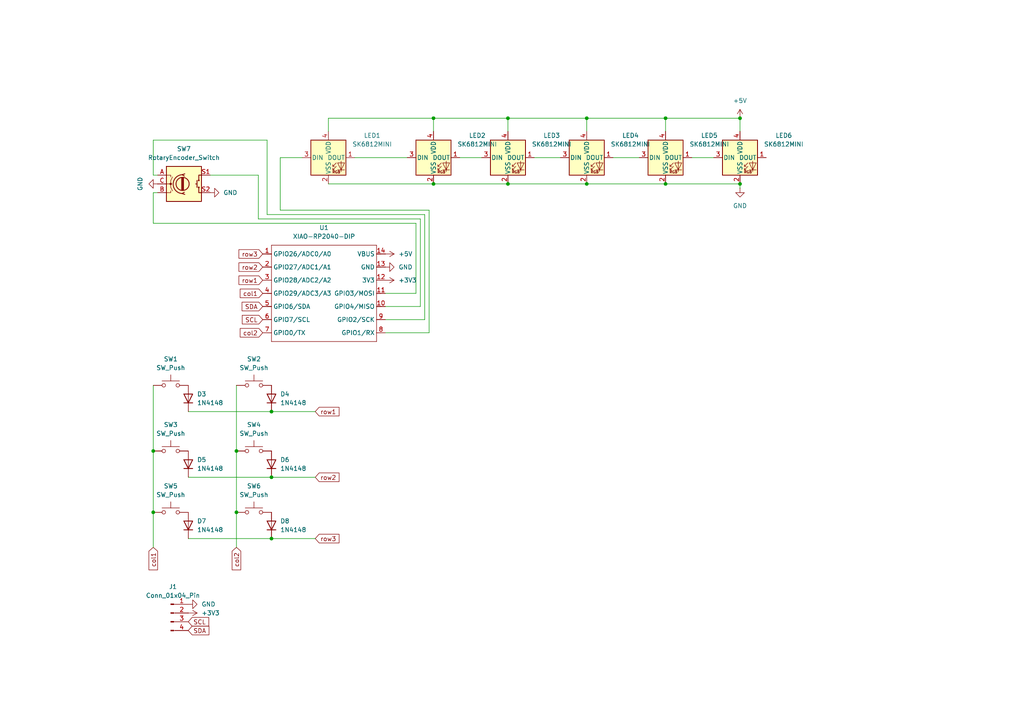
<source format=kicad_sch>
(kicad_sch (version 20250114) (generator "eeschema") (generator_version "9.0")
  (paper "A4")
  (lib_symbols
    (symbol "Connector:Conn_01x04_Pin" (pin_names (offset 1.016) (hide yes))
      (property "Reference" "J" (at 0 5.08 0))
      (property "Value" "Conn_01x04_Pin" (at 0 -7.62 0))
      (symbol "Conn_01x04_Pin_1_1"
        (rectangle (start 0.8636 2.667) (end 0 2.413) (stroke (width 0.1524)) (fill (type outline)))
        (rectangle (start 0.8636 0.127) (end 0 -0.127) (stroke (width 0.1524)) (fill (type outline)))
        (rectangle (start 0.8636 -2.413) (end 0 -2.667) (stroke (width 0.1524)) (fill (type outline)))
        (rectangle (start 0.8636 -4.953) (end 0 -5.207) (stroke (width 0.1524)) (fill (type outline)))
        (polyline (pts (xy 1.27 2.54) (xy 0.8636 2.54)) (stroke (width 0.1524)))
        (polyline (pts (xy 1.27 0) (xy 0.8636 0)) (stroke (width 0.1524)))
        (polyline (pts (xy 1.27 -2.54) (xy 0.8636 -2.54)) (stroke (width 0.1524)))
        (polyline (pts (xy 1.27 -5.08) (xy 0.8636 -5.08)) (stroke (width 0.1524)))
        (pin passive line (at 5.08 2.54 180) (length 3.81) (name "Pin_1") (number "1"))
        (pin passive line (at 5.08 0 180) (length 3.81) (name "Pin_2") (number "2"))
        (pin passive line (at 5.08 -2.54 180) (length 3.81) (name "Pin_3") (number "3"))
        (pin passive line (at 5.08 -5.08 180) (length 3.81) (name "Pin_4") (number "4"))
      )
    )
    (symbol "Device:RotaryEncoder_Switch" (pin_names (offset 0.254) (hide yes))
      (property "Reference" "SW" (at 0 6.604 0))
      (property "Value" "RotaryEncoder_Switch" (at 0 -6.604 0))
      (symbol "RotaryEncoder_Switch_0_1"
        (rectangle (start -5.08 5.08) (end 5.08 -5.08) (stroke (width 0.254)) (fill (type background)))
        (polyline (pts (xy -5.08 2.54) (xy -3.81 2.54) (xy -3.81 2.032)))
        (polyline (pts (xy -5.08 0) (xy -3.81 0) (xy -3.81 -1.016) (xy -3.302 -2.032)))
        (polyline (pts (xy -5.08 -2.54) (xy -3.81 -2.54) (xy -3.81 -2.032)))
        (polyline (pts (xy -4.318 0) (xy -3.81 0) (xy -3.81 1.016) (xy -3.302 2.032)))
        (circle (center -3.81 0) (radius 0.254) (fill (type outline)))
        (polyline (pts (xy -0.635 -1.778) (xy -0.635 1.778)) (stroke (width 0.254)))
        (circle (center -0.381 0) (radius 1.905) (stroke (width 0.254)))
        (polyline (pts (xy -0.381 -1.778) (xy -0.381 1.778)) (stroke (width 0.254)))
        (arc (start -0.381 -2.794) (mid -3.0988 -0.0635) (end -0.381 2.667) (stroke (width 0.254)))
        (polyline (pts (xy -0.127 1.778) (xy -0.127 -1.778)) (stroke (width 0.254)))
        (polyline (pts (xy 0.254 2.921) (xy -0.508 2.667) (xy 0.127 2.286)) (stroke (width 0.254)))
        (polyline (pts (xy 0.254 -3.048) (xy -0.508 -2.794) (xy 0.127 -2.413)) (stroke (width 0.254)))
        (polyline (pts (xy 3.81 1.016) (xy 3.81 -1.016)) (stroke (width 0.254)))
        (polyline (pts (xy 3.81 0) (xy 3.429 0)) (stroke (width 0.254)))
        (circle (center 4.318 1.016) (radius 0.127) (stroke (width 0.254)))
        (circle (center 4.318 -1.016) (radius 0.127) (stroke (width 0.254)))
        (polyline (pts (xy 5.08 2.54) (xy 4.318 2.54) (xy 4.318 1.016)) (stroke (width 0.254)))
        (polyline (pts (xy 5.08 -2.54) (xy 4.318 -2.54) (xy 4.318 -1.016)) (stroke (width 0.254)))
      )
      (symbol "RotaryEncoder_Switch_1_1"
        (pin passive line (at -7.62 2.54 0) (length 2.54) (name "A") (number "A"))
        (pin passive line (at -7.62 0 0) (length 2.54) (name "C") (number "C"))
        (pin passive line (at -7.62 -2.54 0) (length 2.54) (name "B") (number "B"))
        (pin passive line (at 7.62 2.54 180) (length 2.54) (name "S1") (number "S1"))
        (pin passive line (at 7.62 -2.54 180) (length 2.54) (name "S2") (number "S2"))
      )
    )
    (symbol "Diode:1N4148" (pin_numbers (hide yes)) (pin_names (hide yes))
      (property "Reference" "D" (at 0 2.54 0))
      (property "Value" "1N4148" (at 0 -2.54 0))
      (symbol "1N4148_0_1"
        (polyline (pts (xy -1.27 1.27) (xy -1.27 -1.27)) (stroke (width 0.254)))
        (polyline (pts (xy 1.27 1.27) (xy 1.27 -1.27) (xy -1.27 0) (xy 1.27 1.27)) (stroke (width 0.254)))
        (polyline (pts (xy 1.27 0) (xy -1.27 0)))
      )
      (symbol "1N4148_1_1"
        (pin passive line (at -3.81 0 0) (length 2.54) (name "K") (number "1"))
        (pin passive line (at 3.81 0 180) (length 2.54) (name "A") (number "2"))
      )
    )
    (symbol "LED:SK6812MINI" (pin_names (offset 0.254))
      (property "Reference" "D" (at 5.08 5.715 0))
      (property "Value" "SK6812MINI" (at 1.27 -5.715 0))
      (symbol "SK6812MINI_0_0"
        (text "RGB" (at 2.286 -4.191 0) (effects (font (size 0.762 0.762))))
      )
      (symbol "SK6812MINI_0_1"
        (polyline (pts (xy 1.27 -2.54) (xy 1.778 -2.54)))
        (polyline (pts (xy 1.27 -3.556) (xy 1.778 -3.556)))
        (polyline (pts (xy 2.286 -1.524) (xy 1.27 -2.54) (xy 1.27 -2.032)))
        (polyline (pts (xy 2.286 -2.54) (xy 1.27 -3.556) (xy 1.27 -3.048)))
        (polyline (pts (xy 3.683 -1.016) (xy 3.683 -3.556) (xy 3.683 -4.064)))
        (polyline (pts (xy 4.699 -1.524) (xy 2.667 -1.524) (xy 3.683 -3.556) (xy 4.699 -1.524)))
        (polyline (pts (xy 4.699 -3.556) (xy 2.667 -3.556)))
        (rectangle (start 5.08 5.08) (end -5.08 -5.08) (stroke (width 0.254)) (fill (type background)))
      )
      (symbol "SK6812MINI_1_1"
        (pin input line (at -7.62 0 0) (length 2.54) (name "DIN") (number "3"))
        (pin power_in line (at 0 7.62 270) (length 2.54) (name "VDD") (number "4"))
        (pin power_in line (at 0 -7.62 90) (length 2.54) (name "VSS") (number "2"))
        (pin output line (at 7.62 0 180) (length 2.54) (name "DOUT") (number "1"))
      )
    )
    (symbol "OPL:XIAO-RP2040-DIP"
      (property "Reference" "U" (at 0 0 0))
      (property "Value" "XIAO-RP2040-DIP" (at 5.334 -1.778 0))
      (symbol "XIAO-RP2040-DIP_1_0"
        (polyline (pts (xy -1.27 -2.54) (xy 29.21 -2.54)) (stroke (width 0.1524)))
        (polyline (pts (xy -1.27 -5.08) (xy -2.54 -5.08)) (stroke (width 0.1524)))
        (polyline (pts (xy -1.27 -5.08) (xy -1.27 -2.54)) (stroke (width 0.1524)))
        (polyline (pts (xy -1.27 -8.89) (xy -2.54 -8.89)) (stroke (width 0.1524)))
        (polyline (pts (xy -1.27 -8.89) (xy -1.27 -5.08)) (stroke (width 0.1524)))
        (polyline (pts (xy -1.27 -12.7) (xy -2.54 -12.7)) (stroke (width 0.1524)))
        (polyline (pts (xy -1.27 -12.7) (xy -1.27 -8.89)) (stroke (width 0.1524)))
        (polyline (pts (xy -1.27 -16.51) (xy -2.54 -16.51)) (stroke (width 0.1524)))
        (polyline (pts (xy -1.27 -16.51) (xy -1.27 -12.7)) (stroke (width 0.1524)))
        (polyline (pts (xy -1.27 -20.32) (xy -2.54 -20.32)) (stroke (width 0.1524)))
        (polyline (pts (xy -1.27 -24.13) (xy -2.54 -24.13)) (stroke (width 0.1524)))
        (polyline (pts (xy -1.27 -27.94) (xy -2.54 -27.94)) (stroke (width 0.1524)))
        (polyline (pts (xy -1.27 -30.48) (xy -1.27 -16.51)) (stroke (width 0.1524)))
        (polyline (pts (xy 29.21 -2.54) (xy 29.21 -5.08)) (stroke (width 0.1524)))
        (polyline (pts (xy 29.21 -5.08) (xy 29.21 -8.89)) (stroke (width 0.1524)))
        (polyline (pts (xy 29.21 -8.89) (xy 29.21 -12.7)) (stroke (width 0.1524)))
        (polyline (pts (xy 29.21 -12.7) (xy 29.21 -30.48)) (stroke (width 0.1524)))
        (polyline (pts (xy 29.21 -30.48) (xy -1.27 -30.48)) (stroke (width 0.1524)))
        (polyline (pts (xy 30.48 -5.08) (xy 29.21 -5.08)) (stroke (width 0.1524)))
        (polyline (pts (xy 30.48 -8.89) (xy 29.21 -8.89)) (stroke (width 0.1524)))
        (polyline (pts (xy 30.48 -12.7) (xy 29.21 -12.7)) (stroke (width 0.1524)))
        (polyline (pts (xy 30.48 -16.51) (xy 29.21 -16.51)) (stroke (width 0.1524)))
        (polyline (pts (xy 30.48 -20.32) (xy 29.21 -20.32)) (stroke (width 0.1524)))
        (polyline (pts (xy 30.48 -24.13) (xy 29.21 -24.13)) (stroke (width 0.1524)))
        (polyline (pts (xy 30.48 -27.94) (xy 29.21 -27.94)) (stroke (width 0.1524)))
        (pin passive line (at -3.81 -5.08 0) (length 2.54) (name "GPIO26/ADC0/A0") (number "1"))
        (pin passive line (at -3.81 -8.89 0) (length 2.54) (name "GPIO27/ADC1/A1") (number "2"))
        (pin passive line (at -3.81 -12.7 0) (length 2.54) (name "GPIO28/ADC2/A2") (number "3"))
        (pin passive line (at -3.81 -16.51 0) (length 2.54) (name "GPIO29/ADC3/A3") (number "4"))
        (pin passive line (at -3.81 -20.32 0) (length 2.54) (name "GPIO6/SDA") (number "5"))
        (pin passive line (at -3.81 -24.13 0) (length 2.54) (name "GPIO7/SCL") (number "6"))
        (pin passive line (at -3.81 -27.94 0) (length 2.54) (name "GPIO0/TX") (number "7"))
        (pin passive line (at 31.75 -5.08 180) (length 2.54) (name "VBUS") (number "14"))
        (pin passive line (at 31.75 -8.89 180) (length 2.54) (name "GND") (number "13"))
        (pin passive line (at 31.75 -12.7 180) (length 2.54) (name "3V3") (number "12"))
        (pin passive line (at 31.75 -16.51 180) (length 2.54) (name "GPIO3/MOSI") (number "11"))
        (pin passive line (at 31.75 -20.32 180) (length 2.54) (name "GPIO4/MISO") (number "10"))
        (pin passive line (at 31.75 -24.13 180) (length 2.54) (name "GPIO2/SCK") (number "9"))
        (pin passive line (at 31.75 -27.94 180) (length 2.54) (name "GPIO1/RX") (number "8"))
      )
    )
    (symbol "Switch:SW_Push" (pin_numbers (hide yes)) (pin_names (offset 1.016) (hide yes))
      (property "Reference" "SW" (at 1.27 2.54 0))
      (property "Value" "SW_Push" (at 0 -1.524 0))
      (symbol "SW_Push_0_1"
        (circle (center -2.032 0) (radius 0.508))
        (polyline (pts (xy 0 1.27) (xy 0 3.048)))
        (circle (center 2.032 0) (radius 0.508))
        (polyline (pts (xy 2.54 1.27) (xy -2.54 1.27)))
        (pin passive line (at -5.08 0 0) (length 2.54) (name "1") (number "1"))
        (pin passive line (at 5.08 0 180) (length 2.54) (name "2") (number "2"))
      )
    )
    (symbol "power:+3V3" (power) (pin_numbers (hide yes)) (pin_names (offset 0) (hide yes))
      (property "Value" "+3V3" (at 0 3.556 0))
      (symbol "+3V3_0_1"
        (polyline (pts (xy -0.762 1.27) (xy 0 2.54)))
        (polyline (pts (xy 0 2.54) (xy 0.762 1.27)))
        (polyline (pts (xy 0 0) (xy 0 2.54)))
      )
      (symbol "+3V3_1_1"
        (pin power_in line (at 0 0 90) (length 0) (name "~") (number "1"))
      )
    )
    (symbol "power:+5V" (power) (pin_numbers (hide yes)) (pin_names (offset 0) (hide yes))
      (property "Value" "+5V" (at 0 3.556 0))
      (symbol "+5V_0_1"
        (polyline (pts (xy -0.762 1.27) (xy 0 2.54)))
        (polyline (pts (xy 0 2.54) (xy 0.762 1.27)))
        (polyline (pts (xy 0 0) (xy 0 2.54)))
      )
      (symbol "+5V_1_1"
        (pin power_in line (at 0 0 90) (length 0) (name "~") (number "1"))
      )
    )
    (symbol "power:GND" (power) (pin_numbers (hide yes)) (pin_names (offset 0) (hide yes))
      (property "Value" "GND" (at 0 -3.81 0))
      (symbol "GND_0_1"
        (polyline (pts (xy 0 0) (xy 0 -1.27) (xy 1.27 -1.27) (xy 0 -2.54) (xy -1.27 -1.27) (xy 0 -1.27)))
      )
      (symbol "GND_1_1"
        (pin power_in line (at 0 0 270) (length 0) (name "~") (number "1"))
      )
    )
  )
  (junction (at 170.18 53.34))
  (junction (at 68.58 130.81))
  (junction (at 170.18 34.29))
  (junction (at 193.04 34.29))
  (junction (at 147.32 34.29))
  (junction (at 193.04 53.34))
  (junction (at 214.63 53.34))
  (junction (at 78.74 119.38))
  (junction (at 44.45 130.81))
  (junction (at 78.74 138.43))
  (junction (at 68.58 148.59))
  (junction (at 125.73 53.34))
  (junction (at 147.32 53.34))
  (junction (at 214.63 34.29))
  (junction (at 78.74 156.21))
  (junction (at 125.73 34.29))
  (junction (at 44.45 148.59))
  (wire (pts (xy 44.45 40.64) (xy 77.47 40.64)))
  (wire (pts (xy 214.63 54.61) (xy 214.63 53.34)))
  (wire (pts (xy 77.47 62.23) (xy 123.19 62.23)))
  (wire (pts (xy 170.18 34.29) (xy 147.32 34.29)))
  (wire (pts (xy 54.61 138.43) (xy 78.74 138.43)))
  (wire (pts (xy 60.96 50.8) (xy 74.93 50.8)))
  (wire (pts (xy 78.74 156.21) (xy 91.44 156.21)))
  (wire (pts (xy 147.32 53.34) (xy 170.18 53.34)))
  (wire (pts (xy 170.18 53.34) (xy 193.04 53.34)))
  (wire (pts (xy 214.63 34.29) (xy 193.04 34.29)))
  (wire (pts (xy 102.87 45.72) (xy 118.11 45.72)))
  (wire (pts (xy 81.28 45.72) (xy 87.63 45.72)))
  (wire (pts (xy 95.25 34.29) (xy 125.73 34.29)))
  (wire (pts (xy 44.45 148.59) (xy 44.45 158.75)))
  (wire (pts (xy 45.72 55.88) (xy 44.45 55.88)))
  (wire (pts (xy 78.74 119.38) (xy 91.44 119.38)))
  (wire (pts (xy 44.45 111.76) (xy 44.45 130.81)))
  (wire (pts (xy 170.18 38.1) (xy 170.18 34.29)))
  (wire (pts (xy 177.8 45.72) (xy 185.42 45.72)))
  (wire (pts (xy 95.25 38.1) (xy 95.25 34.29)))
  (wire (pts (xy 81.28 45.72) (xy 81.28 60.96)))
  (wire (pts (xy 44.45 64.77) (xy 120.65 64.77)))
  (wire (pts (xy 44.45 50.8) (xy 44.45 40.64)))
  (wire (pts (xy 123.19 62.23) (xy 123.19 92.71)))
  (wire (pts (xy 121.92 88.9) (xy 111.76 88.9)))
  (wire (pts (xy 74.93 63.5) (xy 121.92 63.5)))
  (wire (pts (xy 123.19 92.71) (xy 111.76 92.71)))
  (wire (pts (xy 68.58 148.59) (xy 68.58 158.75)))
  (wire (pts (xy 45.72 50.8) (xy 44.45 50.8)))
  (wire (pts (xy 68.58 111.76) (xy 68.58 130.81)))
  (wire (pts (xy 77.47 40.64) (xy 77.47 62.23)))
  (wire (pts (xy 44.45 130.81) (xy 44.45 148.59)))
  (wire (pts (xy 120.65 64.77) (xy 120.65 85.09)))
  (wire (pts (xy 193.04 38.1) (xy 193.04 34.29)))
  (wire (pts (xy 111.76 96.52) (xy 124.46 96.52)))
  (wire (pts (xy 68.58 130.81) (xy 68.58 148.59)))
  (wire (pts (xy 125.73 34.29) (xy 125.73 38.1)))
  (wire (pts (xy 214.63 38.1) (xy 214.63 34.29)))
  (wire (pts (xy 78.74 138.43) (xy 91.44 138.43)))
  (wire (pts (xy 147.32 38.1) (xy 147.32 34.29)))
  (wire (pts (xy 193.04 34.29) (xy 170.18 34.29)))
  (wire (pts (xy 147.32 34.29) (xy 125.73 34.29)))
  (wire (pts (xy 54.61 119.38) (xy 78.74 119.38)))
  (wire (pts (xy 200.66 45.72) (xy 207.01 45.72)))
  (wire (pts (xy 81.28 60.96) (xy 124.46 60.96)))
  (wire (pts (xy 95.25 53.34) (xy 125.73 53.34)))
  (wire (pts (xy 124.46 60.96) (xy 124.46 96.52)))
  (wire (pts (xy 125.73 53.34) (xy 147.32 53.34)))
  (wire (pts (xy 54.61 156.21) (xy 78.74 156.21)))
  (wire (pts (xy 154.94 45.72) (xy 162.56 45.72)))
  (wire (pts (xy 44.45 64.77) (xy 44.45 55.88)))
  (wire (pts (xy 120.65 85.09) (xy 111.76 85.09)))
  (wire (pts (xy 74.93 50.8) (xy 74.93 63.5)))
  (wire (pts (xy 133.35 45.72) (xy 139.7 45.72)))
  (wire (pts (xy 121.92 63.5) (xy 121.92 88.9)))
  (wire (pts (xy 193.04 53.34) (xy 214.63 53.34)))
  (global_label "row3" (shape input) (at 91.44 156.21 0) (property "Intersheetrefs" "${INTERSHEET_REFS}" (effects (hide yes))))
  (global_label "row1" (shape input) (at 76.2 81.28 180) (property "Intersheetrefs" "${INTERSHEET_REFS}" (effects (hide yes))))
  (global_label "col1" (shape input) (at 44.45 158.75 270) (property "Intersheetrefs" "${INTERSHEET_REFS}" (effects (hide yes))))
  (global_label "SDA" (shape input) (at 76.2 88.9 180) (property "Intersheetrefs" "${INTERSHEET_REFS}" (effects (hide yes))))
  (global_label "row2" (shape input) (at 76.2 77.47 180) (property "Intersheetrefs" "${INTERSHEET_REFS}" (effects (hide yes))))
  (global_label "row2" (shape input) (at 91.44 138.43 0) (property "Intersheetrefs" "${INTERSHEET_REFS}" (effects (hide yes))))
  (global_label "SCL" (shape input) (at 54.61 180.34 0) (property "Intersheetrefs" "${INTERSHEET_REFS}" (effects (hide yes))))
  (global_label "col2" (shape input) (at 76.2 96.52 180) (property "Intersheetrefs" "${INTERSHEET_REFS}" (effects (hide yes))))
  (global_label "row1" (shape input) (at 91.44 119.38 0) (property "Intersheetrefs" "${INTERSHEET_REFS}" (effects (hide yes))))
  (global_label "col2" (shape input) (at 68.58 158.75 270) (property "Intersheetrefs" "${INTERSHEET_REFS}" (effects (hide yes))))
  (global_label "SDA" (shape input) (at 54.61 182.88 0) (property "Intersheetrefs" "${INTERSHEET_REFS}" (effects (hide yes))))
  (global_label "SCL" (shape input) (at 76.2 92.71 180) (property "Intersheetrefs" "${INTERSHEET_REFS}" (effects (hide yes))))
  (global_label "row3" (shape input) (at 76.2 73.66 180) (property "Intersheetrefs" "${INTERSHEET_REFS}" (effects (hide yes))))
  (global_label "col1" (shape input) (at 76.2 85.09 180) (property "Intersheetrefs" "${INTERSHEET_REFS}" (effects (hide yes))))
  (symbol (lib_id "LED:SK6812MINI") (at 147.32 45.72 0) (unit 1)
    (property "Reference" "LED3" (at 160.02 39.2998 0))
    (property "Value" "SK6812MINI" (at 160.02 41.8398 0))
    (property "Footprint" "LED_SMD:SK6812-MINI-E_REV" (effects (hide yes)))
    (property "Datasheet" "https://cdn-shop.adafruit.com/product-files/2686/SK6812MINI_REV.01-1-2.pdf" (effects (hide yes)))
    (property "Description" "RGB LED with integrated controller" (effects (hide yes)))
  )
  (symbol (lib_id "Diode:1N4148") (at 78.74 152.4 90) (unit 1)
    (property "Reference" "D8" (at 81.28 151.1299 90) (effects (justify right)))
    (property "Value" "1N4148" (at 81.28 153.6699 90) (effects (justify right)))
    (property "Footprint" "Diode_THT:D_DO-35_SOD27_P7.62mm_Horizontal" (effects (hide yes)))
    (property "Datasheet" "https://assets.nexperia.com/documents/data-sheet/1N4148_1N4448.pdf" (effects (hide yes)))
    (property "Description" "100V 0.15A standard switching diode, DO-35" (effects (hide yes)))
    (property "Sim.Device" "D" (effects (hide yes)))
    (property "Sim.Pins" "1=K 2=A" (effects (hide yes)))
  )
  (symbol (lib_id "Diode:1N4148") (at 54.61 134.62 90) (unit 1)
    (property "Reference" "D5" (at 57.15 133.3499 90) (effects (justify right)))
    (property "Value" "1N4148" (at 57.15 135.8899 90) (effects (justify right)))
    (property "Footprint" "Diode_THT:D_DO-35_SOD27_P7.62mm_Horizontal" (effects (hide yes)))
    (property "Datasheet" "https://assets.nexperia.com/documents/data-sheet/1N4148_1N4448.pdf" (effects (hide yes)))
    (property "Description" "100V 0.15A standard switching diode, DO-35" (effects (hide yes)))
    (property "Sim.Device" "D" (effects (hide yes)))
    (property "Sim.Pins" "1=K 2=A" (effects (hide yes)))
  )
  (symbol (lib_id "Diode:1N4148") (at 54.61 115.57 90) (unit 1)
    (property "Reference" "D3" (at 57.15 114.2999 90) (effects (justify right)))
    (property "Value" "1N4148" (at 57.15 116.8399 90) (effects (justify right)))
    (property "Footprint" "Diode_THT:D_DO-35_SOD27_P7.62mm_Horizontal" (effects (hide yes)))
    (property "Datasheet" "https://assets.nexperia.com/documents/data-sheet/1N4148_1N4448.pdf" (effects (hide yes)))
    (property "Description" "100V 0.15A standard switching diode, DO-35" (effects (hide yes)))
    (property "Sim.Device" "D" (effects (hide yes)))
    (property "Sim.Pins" "1=K 2=A" (effects (hide yes)))
  )
  (symbol (lib_id "Connector:Conn_01x04_Pin") (at 49.53 177.8 0) (unit 1)
    (property "Reference" "J1" (at 50.165 170.18 0))
    (property "Value" "Conn_01x04_Pin" (at 50.165 172.72 0))
    (property "Footprint" "Connector_PinHeader_2.54mm:PinHeader_1x04_P2.54mm_Vertical" (effects (hide yes)))
    (property "Description" "Generic connector, single row, 01x04, script generated" (effects (hide yes)))
  )
  (symbol (lib_id "Switch:SW_Push") (at 49.53 111.76 0) (unit 1)
    (property "Reference" "SW1" (at 49.53 104.14 0))
    (property "Value" "SW_Push" (at 49.53 106.68 0))
    (property "Footprint" "Button_Switch_Keyboard:SW_Cherry_MX_1.00u_PCB" (effects (hide yes)))
    (property "Description" "Push button switch, generic, two pins" (effects (hide yes)))
  )
  (symbol (lib_id "LED:SK6812MINI") (at 193.04 45.72 0) (unit 1)
    (property "Reference" "LED5" (at 205.74 39.2998 0))
    (property "Value" "SK6812MINI" (at 205.74 41.8398 0))
    (property "Footprint" "LED_SMD:SK6812-MINI-E_REV" (effects (hide yes)))
    (property "Datasheet" "https://cdn-shop.adafruit.com/product-files/2686/SK6812MINI_REV.01-1-2.pdf" (effects (hide yes)))
    (property "Description" "RGB LED with integrated controller" (effects (hide yes)))
  )
  (symbol (lib_id "LED:SK6812MINI") (at 125.73 45.72 0) (unit 1)
    (property "Reference" "LED2" (at 138.43 39.2998 0))
    (property "Value" "SK6812MINI" (at 138.43 41.8398 0))
    (property "Footprint" "LED_SMD:SK6812-MINI-E_REV" (effects (hide yes)))
    (property "Datasheet" "https://cdn-shop.adafruit.com/product-files/2686/SK6812MINI_REV.01-1-2.pdf" (effects (hide yes)))
    (property "Description" "RGB LED with integrated controller" (effects (hide yes)))
  )
  (symbol (lib_id "power:+3V3") (at 54.61 177.8 270) (unit 1)
    (property "Reference" "#PWR09" (effects (hide yes)))
    (property "Value" "+3V3" (at 58.42 177.7999 90) (effects (justify left)))
    (property "Description" "Power symbol creates a global label with name \"+3V3\"" (effects (hide yes)))
  )
  (symbol (lib_id "power:+5V") (at 111.76 73.66 270) (unit 1)
    (property "Reference" "#PWR03" (effects (hide yes)))
    (property "Value" "+5V" (at 115.57 73.6599 90) (effects (justify left)))
    (property "Description" "Power symbol creates a global label with name \"+5V\"" (effects (hide yes)))
  )
  (symbol (lib_id "LED:SK6812MINI") (at 170.18 45.72 0) (unit 1)
    (property "Reference" "LED4" (at 182.88 39.2998 0))
    (property "Value" "SK6812MINI" (at 182.88 41.8398 0))
    (property "Footprint" "LED_SMD:SK6812-MINI-E_REV" (effects (hide yes)))
    (property "Datasheet" "https://cdn-shop.adafruit.com/product-files/2686/SK6812MINI_REV.01-1-2.pdf" (effects (hide yes)))
    (property "Description" "RGB LED with integrated controller" (effects (hide yes)))
  )
  (symbol (lib_id "Diode:1N4148") (at 78.74 115.57 90) (unit 1)
    (property "Reference" "D4" (at 81.28 114.2999 90) (effects (justify right)))
    (property "Value" "1N4148" (at 81.28 116.8399 90) (effects (justify right)))
    (property "Footprint" "Diode_THT:D_DO-35_SOD27_P7.62mm_Horizontal" (effects (hide yes)))
    (property "Datasheet" "https://assets.nexperia.com/documents/data-sheet/1N4148_1N4448.pdf" (effects (hide yes)))
    (property "Description" "100V 0.15A standard switching diode, DO-35" (effects (hide yes)))
    (property "Sim.Device" "D" (effects (hide yes)))
    (property "Sim.Pins" "1=K 2=A" (effects (hide yes)))
  )
  (symbol (lib_id "power:GND") (at 214.63 54.61 0) (unit 1)
    (property "Reference" "#PWR02" (effects (hide yes)))
    (property "Value" "GND" (at 214.63 59.69 0))
    (property "Description" "Power symbol creates a global label with name \"GND\" , ground" (effects (hide yes)))
  )
  (symbol (lib_id "power:GND") (at 60.96 55.88 90) (unit 1)
    (property "Reference" "#PWR07" (effects (hide yes)))
    (property "Value" "GND" (at 64.77 55.8799 90) (effects (justify right)))
    (property "Description" "Power symbol creates a global label with name \"GND\" , ground" (effects (hide yes)))
  )
  (symbol (lib_id "power:+3V3") (at 111.76 81.28 270) (unit 1)
    (property "Reference" "#PWR010" (effects (hide yes)))
    (property "Value" "+3V3" (at 115.57 81.2799 90) (effects (justify left)))
    (property "Description" "Power symbol creates a global label with name \"+3V3\"" (effects (hide yes)))
  )
  (symbol (lib_id "Switch:SW_Push") (at 73.66 148.59 0) (unit 1)
    (property "Reference" "SW6" (at 73.66 140.97 0))
    (property "Value" "SW_Push" (at 73.66 143.51 0))
    (property "Footprint" "Button_Switch_Keyboard:SW_Cherry_MX_1.00u_PCB" (effects (hide yes)))
    (property "Description" "Push button switch, generic, two pins" (effects (hide yes)))
  )
  (symbol (lib_id "Diode:1N4148") (at 78.74 134.62 90) (unit 1)
    (property "Reference" "D6" (at 81.28 133.3499 90) (effects (justify right)))
    (property "Value" "1N4148" (at 81.28 135.8899 90) (effects (justify right)))
    (property "Footprint" "Diode_THT:D_DO-35_SOD27_P7.62mm_Horizontal" (effects (hide yes)))
    (property "Datasheet" "https://assets.nexperia.com/documents/data-sheet/1N4148_1N4448.pdf" (effects (hide yes)))
    (property "Description" "100V 0.15A standard switching diode, DO-35" (effects (hide yes)))
    (property "Sim.Device" "D" (effects (hide yes)))
    (property "Sim.Pins" "1=K 2=A" (effects (hide yes)))
  )
  (symbol (lib_id "LED:SK6812MINI") (at 95.25 45.72 0) (unit 1)
    (property "Reference" "LED1" (at 107.95 39.2998 0))
    (property "Value" "SK6812MINI" (at 107.95 41.8398 0))
    (property "Footprint" "LED_SMD:SK6812-MINI-E_REV" (effects (hide yes)))
    (property "Datasheet" "https://cdn-shop.adafruit.com/product-files/2686/SK6812MINI_REV.01-1-2.pdf" (effects (hide yes)))
    (property "Description" "RGB LED with integrated controller" (effects (hide yes)))
  )
  (symbol (lib_id "OPL:XIAO-RP2040-DIP") (at 80.01 68.58 0) (unit 1)
    (property "Reference" "U1" (at 93.98 66.04 0))
    (property "Value" "XIAO-RP2040-DIP" (at 93.98 68.58 0))
    (property "Footprint" "OPL:XIAO-RP2040-DIP" (effects (hide yes)))
  )
  (symbol (lib_id "Switch:SW_Push") (at 73.66 111.76 0) (unit 1)
    (property "Reference" "SW2" (at 73.66 104.14 0))
    (property "Value" "SW_Push" (at 73.66 106.68 0))
    (property "Footprint" "Button_Switch_Keyboard:SW_Cherry_MX_1.00u_PCB" (effects (hide yes)))
    (property "Description" "Push button switch, generic, two pins" (effects (hide yes)))
  )
  (symbol (lib_id "Device:RotaryEncoder_Switch") (at 53.34 53.34 0) (unit 1)
    (property "Reference" "SW7" (at 53.34 43.18 0))
    (property "Value" "RotaryEncoder_Switch" (at 53.34 45.72 0))
    (property "Footprint" "Rotary:RotaryEncoder_Alps_EC11E-Switch_Vertical_H20mm" (effects (hide yes)))
    (property "Description" "Rotary encoder, dual channel, incremental quadrate outputs, with switch" (effects (hide yes)))
  )
  (symbol (lib_id "LED:SK6812MINI") (at 214.63 45.72 0) (unit 1)
    (property "Reference" "LED6" (at 227.33 39.2998 0))
    (property "Value" "SK6812MINI" (at 227.33 41.8398 0))
    (property "Footprint" "LED_SMD:SK6812-MINI-E_REV" (effects (hide yes)))
    (property "Datasheet" "https://cdn-shop.adafruit.com/product-files/2686/SK6812MINI_REV.01-1-2.pdf" (effects (hide yes)))
    (property "Description" "RGB LED with integrated controller" (effects (hide yes)))
  )
  (symbol (lib_id "power:GND") (at 54.61 175.26 90) (unit 1)
    (property "Reference" "#PWR08" (effects (hide yes)))
    (property "Value" "GND" (at 58.42 175.2599 90) (effects (justify right)))
    (property "Description" "Power symbol creates a global label with name \"GND\" , ground" (effects (hide yes)))
  )
  (symbol (lib_id "power:+5V") (at 214.63 34.29 0) (unit 1)
    (property "Reference" "#PWR01" (effects (hide yes)))
    (property "Value" "+5V" (at 214.63 29.21 0))
    (property "Description" "Power symbol creates a global label with name \"+5V\"" (effects (hide yes)))
  )
  (symbol (lib_id "power:GND") (at 45.72 53.34 270) (unit 1)
    (property "Reference" "#PWR06" (effects (hide yes)))
    (property "Value" "GND" (at 40.64 53.34 0))
    (property "Description" "Power symbol creates a global label with name \"GND\" , ground" (effects (hide yes)))
  )
  (symbol (lib_id "Switch:SW_Push") (at 49.53 148.59 0) (unit 1)
    (property "Reference" "SW5" (at 49.53 140.97 0))
    (property "Value" "SW_Push" (at 49.53 143.51 0))
    (property "Footprint" "Button_Switch_Keyboard:SW_Cherry_MX_1.00u_PCB" (effects (hide yes)))
    (property "Description" "Push button switch, generic, two pins" (effects (hide yes)))
  )
  (symbol (lib_id "Diode:1N4148") (at 54.61 152.4 90) (unit 1)
    (property "Reference" "D7" (at 57.15 151.1299 90) (effects (justify right)))
    (property "Value" "1N4148" (at 57.15 153.6699 90) (effects (justify right)))
    (property "Footprint" "Diode_THT:D_DO-35_SOD27_P7.62mm_Horizontal" (effects (hide yes)))
    (property "Datasheet" "https://assets.nexperia.com/documents/data-sheet/1N4148_1N4448.pdf" (effects (hide yes)))
    (property "Description" "100V 0.15A standard switching diode, DO-35" (effects (hide yes)))
    (property "Sim.Device" "D" (effects (hide yes)))
    (property "Sim.Pins" "1=K 2=A" (effects (hide yes)))
  )
  (symbol (lib_id "Switch:SW_Push") (at 73.66 130.81 0) (unit 1)
    (property "Reference" "SW4" (at 73.66 123.19 0))
    (property "Value" "SW_Push" (at 73.66 125.73 0))
    (property "Footprint" "Button_Switch_Keyboard:SW_Cherry_MX_1.00u_PCB" (effects (hide yes)))
    (property "Description" "Push button switch, generic, two pins" (effects (hide yes)))
  )
  (symbol (lib_id "Switch:SW_Push") (at 49.53 130.81 0) (unit 1)
    (property "Reference" "SW3" (at 49.53 123.19 0))
    (property "Value" "SW_Push" (at 49.53 125.73 0))
    (property "Footprint" "Button_Switch_Keyboard:SW_Cherry_MX_1.00u_PCB" (effects (hide yes)))
    (property "Description" "Push button switch, generic, two pins" (effects (hide yes)))
  )
  (symbol (lib_id "power:GND") (at 111.76 77.47 90) (unit 1)
    (property "Reference" "#PWR04" (effects (hide yes)))
    (property "Value" "GND" (at 115.57 77.4699 90) (effects (justify right)))
    (property "Description" "Power symbol creates a global label with name \"GND\" , ground" (effects (hide yes)))
  )
)
</source>
